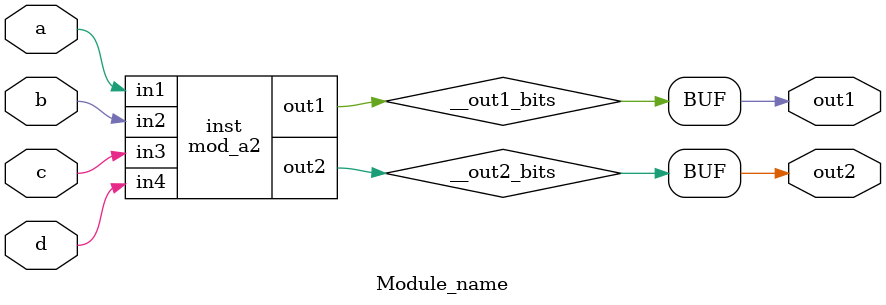
<source format=sv>
module mod_a2(
  output wire out1,
              out2,
  input  wire in1,
              in2,
              in3,
              in4
);

  // Variables for output ports
  logic __out1_bits;
  logic __out2_bits;

  assign __out1_bits = in1 & in2;
  assign __out2_bits = in3 | in4;

  assign out1 = __out1_bits;
  assign out2 = __out2_bits;
endmodule

module Module_name(
  input  wire a,
              b,
              c,
              d,
  output wire out1,
              out2
);

  // Variables for output ports
  logic __out1_bits;
  logic __out2_bits;

  // s.inst = mod_a2(
  mod_a2 inst (
    .out1 (__out1_bits),
    .out2 (__out2_bits),
    .in1  (a),
    .in2  (b),
    .in3  (c),
    .in4  (d)
  );

  assign out1 = __out1_bits;
  assign out2 = __out2_bits;
endmodule

</source>
